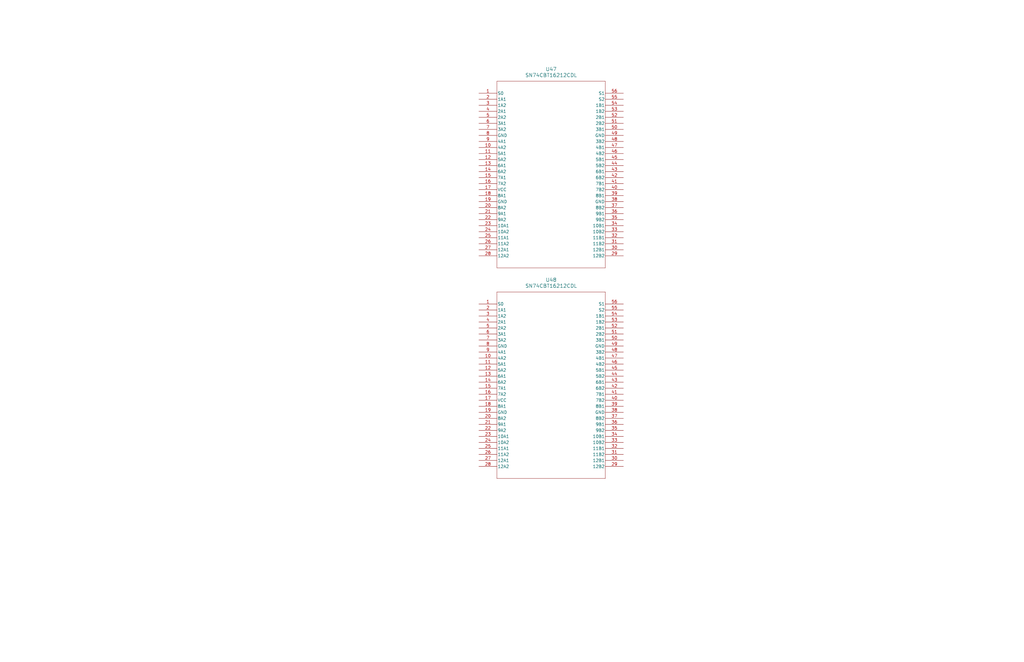
<source format=kicad_sch>
(kicad_sch (version 20250114) (generator "eeschema") (generator_version "9.0")
  (paper "B")
  (title_block (title "Rx and Tx Crosspoint Switch") (date "2026-01-03") (rev "0.0") (company "Andy McCann KA3KAF and Doug McCann KA3KAG"))
  (lib_symbols
    (symbol "SN74CBT16212C:SN74CBT16212CDL" (pin_names (offset 0.254))
      (property "Reference" "U" (at 30.48 10.16 0))
      (property "Value" "SN74CBT16212CDL" (at 30.48 7.62 0))
      (symbol "SN74CBT16212CDL_0_1"
        (polyline (pts (xy 7.62 5.08) (xy 7.62 -73.66)) (stroke (width 0.127)))
        (polyline (pts (xy 7.62 -73.66) (xy 53.34 -73.66)) (stroke (width 0.127)))
        (polyline (pts (xy 53.34 5.08) (xy 7.62 5.08)) (stroke (width 0.127)))
        (polyline (pts (xy 53.34 -73.66) (xy 53.34 5.08)) (stroke (width 0.127)))
        (pin input line (at 0 0 0) (length 7.62) (name "S0") (number "1"))
        (pin bidirectional line (at 0 -2.54 0) (length 7.62) (name "1A1") (number "2"))
        (pin bidirectional line (at 0 -5.08 0) (length 7.62) (name "1A2") (number "3"))
        (pin bidirectional line (at 0 -7.62 0) (length 7.62) (name "2A1") (number "4"))
        (pin bidirectional line (at 0 -10.16 0) (length 7.62) (name "2A2") (number "5"))
        (pin bidirectional line (at 0 -12.7 0) (length 7.62) (name "3A1") (number "6"))
        (pin bidirectional line (at 0 -15.24 0) (length 7.62) (name "3A2") (number "7"))
        (pin power_in line (at 0 -17.78 0) (length 7.62) (name "GND") (number "8"))
        (pin bidirectional line (at 0 -20.32 0) (length 7.62) (name "4A1") (number "9"))
        (pin bidirectional line (at 0 -22.86 0) (length 7.62) (name "4A2") (number "10"))
        (pin bidirectional line (at 0 -25.4 0) (length 7.62) (name "5A1") (number "11"))
        (pin bidirectional line (at 0 -27.94 0) (length 7.62) (name "5A2") (number "12"))
        (pin bidirectional line (at 0 -30.48 0) (length 7.62) (name "6A1") (number "13"))
        (pin bidirectional line (at 0 -33.02 0) (length 7.62) (name "6A2") (number "14"))
        (pin bidirectional line (at 0 -35.56 0) (length 7.62) (name "7A1") (number "15"))
        (pin bidirectional line (at 0 -38.1 0) (length 7.62) (name "7A2") (number "16"))
        (pin power_in line (at 0 -40.64 0) (length 7.62) (name "VCC") (number "17"))
        (pin bidirectional line (at 0 -43.18 0) (length 7.62) (name "8A1") (number "18"))
        (pin power_in line (at 0 -45.72 0) (length 7.62) (name "GND") (number "19"))
        (pin bidirectional line (at 0 -48.26 0) (length 7.62) (name "8A2") (number "20"))
        (pin bidirectional line (at 0 -50.8 0) (length 7.62) (name "9A1") (number "21"))
        (pin bidirectional line (at 0 -53.34 0) (length 7.62) (name "9A2") (number "22"))
        (pin bidirectional line (at 0 -55.88 0) (length 7.62) (name "10A1") (number "23"))
        (pin bidirectional line (at 0 -58.42 0) (length 7.62) (name "10A2") (number "24"))
        (pin bidirectional line (at 0 -60.96 0) (length 7.62) (name "11A1") (number "25"))
        (pin bidirectional line (at 0 -63.5 0) (length 7.62) (name "11A2") (number "26"))
        (pin bidirectional line (at 0 -66.04 0) (length 7.62) (name "12A1") (number "27"))
        (pin bidirectional line (at 0 -68.58 0) (length 7.62) (name "12A2") (number "28"))
        (pin input line (at 60.96 0 180) (length 7.62) (name "S1") (number "56"))
        (pin input line (at 60.96 -2.54 180) (length 7.62) (name "S2") (number "55"))
        (pin bidirectional line (at 60.96 -5.08 180) (length 7.62) (name "1B1") (number "54"))
        (pin bidirectional line (at 60.96 -7.62 180) (length 7.62) (name "1B2") (number "53"))
        (pin bidirectional line (at 60.96 -10.16 180) (length 7.62) (name "2B1") (number "52"))
        (pin bidirectional line (at 60.96 -12.7 180) (length 7.62) (name "2B2") (number "51"))
        (pin bidirectional line (at 60.96 -15.24 180) (length 7.62) (name "3B1") (number "50"))
        (pin power_in line (at 60.96 -17.78 180) (length 7.62) (name "GND") (number "49"))
        (pin bidirectional line (at 60.96 -20.32 180) (length 7.62) (name "3B2") (number "48"))
        (pin bidirectional line (at 60.96 -22.86 180) (length 7.62) (name "4B1") (number "47"))
        (pin bidirectional line (at 60.96 -25.4 180) (length 7.62) (name "4B2") (number "46"))
        (pin bidirectional line (at 60.96 -27.94 180) (length 7.62) (name "5B1") (number "45"))
        (pin bidirectional line (at 60.96 -30.48 180) (length 7.62) (name "5B2") (number "44"))
        (pin bidirectional line (at 60.96 -33.02 180) (length 7.62) (name "6B1") (number "43"))
        (pin bidirectional line (at 60.96 -35.56 180) (length 7.62) (name "6B2") (number "42"))
        (pin bidirectional line (at 60.96 -38.1 180) (length 7.62) (name "7B1") (number "41"))
        (pin bidirectional line (at 60.96 -40.64 180) (length 7.62) (name "7B2") (number "40"))
        (pin bidirectional line (at 60.96 -43.18 180) (length 7.62) (name "8B1") (number "39"))
        (pin power_in line (at 60.96 -45.72 180) (length 7.62) (name "GND") (number "38"))
        (pin bidirectional line (at 60.96 -48.26 180) (length 7.62) (name "8B2") (number "37"))
        (pin bidirectional line (at 60.96 -50.8 180) (length 7.62) (name "9B1") (number "36"))
        (pin bidirectional line (at 60.96 -53.34 180) (length 7.62) (name "9B2") (number "35"))
        (pin bidirectional line (at 60.96 -55.88 180) (length 7.62) (name "10B1") (number "34"))
        (pin bidirectional line (at 60.96 -58.42 180) (length 7.62) (name "10B2") (number "33"))
        (pin bidirectional line (at 60.96 -60.96 180) (length 7.62) (name "11B1") (number "32"))
        (pin bidirectional line (at 60.96 -63.5 180) (length 7.62) (name "11B2") (number "31"))
        (pin bidirectional line (at 60.96 -66.04 180) (length 7.62) (name "12B1") (number "30"))
        (pin bidirectional line (at 60.96 -68.58 180) (length 7.62) (name "12B2") (number "29"))
      )
    )
  )
  (symbol (lib_id "SN74CBT16212C:SN74CBT16212CDL") (at 201.93 128.27 0) (unit 1)
    (property "Reference" "U48" (at 232.41 118.11 0) (effects (font (size 1.524 1.524))))
    (property "Value" "SN74CBT16212CDL" (at 232.41 120.65 0) (effects (font (size 1.524 1.524))))
    (property "Footprint" "DL56" (effects (hide yes)))
    (property "Datasheet" "https://www.ti.com/lit/gpn/sn74cbt16212c" (effects (hide yes)))
  )
  (symbol (lib_id "SN74CBT16212C:SN74CBT16212CDL") (at 201.93 39.37 0) (unit 1)
    (property "Reference" "U47" (at 232.41 29.21 0) (effects (font (size 1.524 1.524))))
    (property "Value" "SN74CBT16212CDL" (at 232.41 31.75 0) (effects (font (size 1.524 1.524))))
    (property "Footprint" "DL56" (effects (hide yes)))
    (property "Datasheet" "https://www.ti.com/lit/gpn/sn74cbt16212c" (effects (hide yes)))
  )
)
</source>
